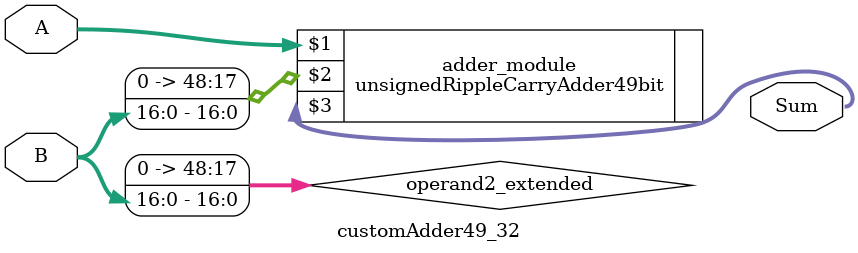
<source format=v>
module customAdder49_32(
                        input [48 : 0] A,
                        input [16 : 0] B,
                        
                        output [49 : 0] Sum
                );

        wire [48 : 0] operand2_extended;
        
        assign operand2_extended =  {32'b0, B};
        
        unsignedRippleCarryAdder49bit adder_module(
            A,
            operand2_extended,
            Sum
        );
        
        endmodule
        
</source>
